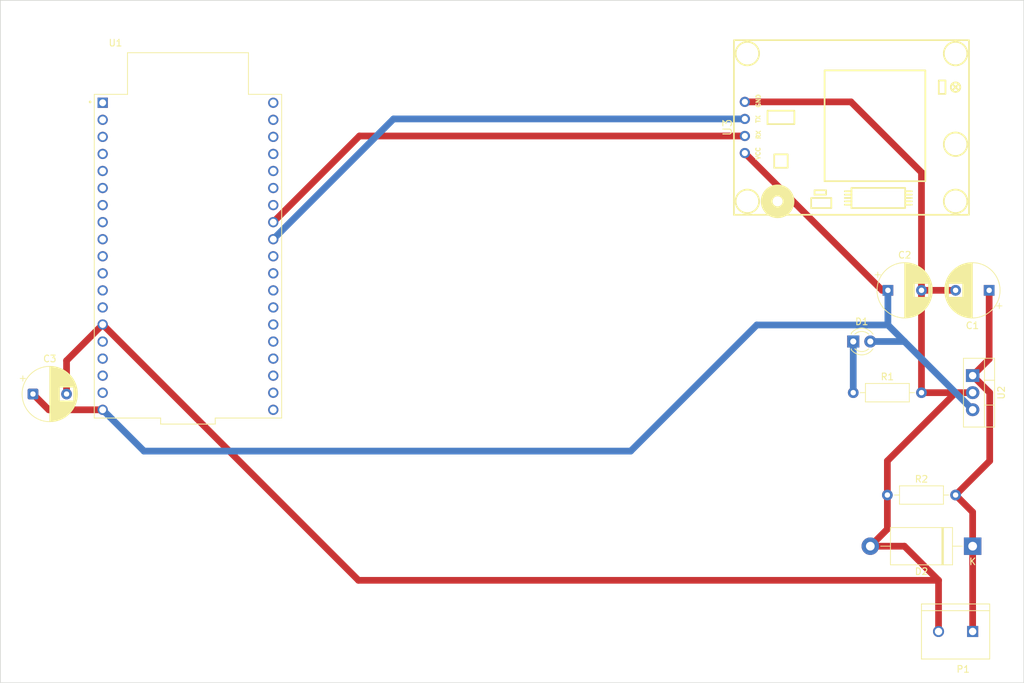
<source format=kicad_pcb>
(kicad_pcb (version 20241229) (generator "pcbnew") (generator_version "9.0")
  (layers (0 "F.Cu" signal) (2 "B.Cu" signal) (13 "F.Paste" user) (15 "B.Paste" user) (5 "F.SilkS" user "F.Silkscreen") (7 "B.SilkS" user "B.Silkscreen") (1 "F.Mask" user) (3 "B.Mask" user) (25 "Edge.Cuts" user))
  (net 0 "")
  (net 35 "+12V")
  (net 36 "+5V")
  (net 37 "Net-(D1-K)")
  (net 38 "GND")
  (net 39 "RX")
  (net 40 "TX")
  (footprint "Resistor_THT:R_Axial_DIN0207_L6.3mm_D2.5mm_P10.16mm_Horizontal" (layer "F.Cu") (at 231.14 114.3)
    (property "Reference" "R1" (at 5.08 -2.37 0) (layer "F.SilkS"))
    (property "Value" "220")
    (pad "1" thru_hole circle (at 0 0) (size 1.6 1.6) (drill 0.8) (layers "*.Cu" "*.Mask") (net 37 "Net-(D1-K)"))
    (pad "2" thru_hole oval (at 10.16 0) (size 1.6 1.6) (drill 0.8) (layers "*.Cu" "*.Mask") (net 38 "GND"))
  )
  (footprint "Diode_THT:D_DO-201AE_P15.24mm_Horizontal" (layer "F.Cu") (at 248.92 137.16 180)
    (property "Reference" "D2" (at 7.62 -3.77 0) (layer "F.SilkS"))
    (property "Value" "1N4742")
    (fp_text user "K" (at 0 -2.3 0) (layer "F.SilkS"))
    (pad "1" thru_hole rect (at 0 0 180) (size 2.6 2.6) (drill 1.3) (layers "*.Cu" "*.Mask") (net 35 "+12V"))
    (pad "2" thru_hole oval (at 15.24 0 180) (size 2.6 2.6) (drill 1.3) (layers "*.Cu" "*.Mask") (net 38 "GND"))
  )
  (footprint "LED_THT:LED_D3.0mm" (layer "F.Cu") (at 231.14 106.68)
    (property "Reference" "D1" (at 1.27 -2.96 0) (layer "F.SilkS"))
    (property "Value" "LED")
    (pad "1" thru_hole rect (at 0 0) (size 1.8 1.8) (drill 0.9) (layers "*.Cu" "*.Mask") (net 37 "Net-(D1-K)"))
    (pad "2" thru_hole circle (at 2.54 0) (size 1.8 1.8) (drill 0.9) (layers "*.Cu" "*.Mask") (net 36 "+5V"))
  )
  (footprint "Package_TO_SOT_THT:TO-220-3_Vertical" (layer "F.Cu") (at 248.92 111.76 -90)
    (property "Reference" "U2" (at 2.54 -4.27 90) (layer "F.SilkS"))
    (property "Value" "LM7805_TO220")
    (pad "1" thru_hole rect (at 0 0 270) (size 1.905 2) (drill 1.1) (layers "*.Cu" "*.Mask") (net 35 "+12V"))
    (pad "2" thru_hole oval (at 2.54 0 270) (size 1.905 2) (drill 1.1) (layers "*.Cu" "*.Mask") (net 38 "GND"))
    (pad "3" thru_hole oval (at 5.08 0 270) (size 1.905 2) (drill 1.1) (layers "*.Cu" "*.Mask") (net 36 "+5V"))
  )
  (footprint "Capacitor_THT:CP_Radial_D8.0mm_P5.00mm" (layer "F.Cu") (at 236.3 99.06)
    (property "Reference" "C2" (at 2.5 -5.25 0) (layer "F.SilkS"))
    (property "Value" "10nF")
    (pad "1" thru_hole rect (at 0 0) (size 1.6 1.6) (drill 0.8) (layers "*.Cu" "*.Mask") (net 36 "+5V"))
    (pad "2" thru_hole circle (at 5 0) (size 1.6 1.6) (drill 0.8) (layers "*.Cu" "*.Mask") (net 38 "GND"))
  )
  (footprint "Capacitor_THT:CP_Radial_D8.0mm_P5.00mm" (layer "F.Cu") (at 109 114.5)
    (property "Reference" "C3" (at 2.5 -5.25 0) (layer "F.SilkS"))
    (property "Value" "10nF")
    (pad "1" thru_hole roundrect (at 0 0) (size 1.6 1.6) (drill 0.8) (layers "*.Cu" "*.Mask") (roundrect_rratio 0.15625) (net 36 "+5V"))
    (pad "2" thru_hole circle (at 5 0) (size 1.6 1.6) (drill 0.8) (layers "*.Cu" "*.Mask") (net 38 "GND"))
  )
  (footprint "importado:TE_282837-2" (layer "F.Cu") (at 246.38 149.86 180)
    (property "Reference" "P1" (at -1.127255 -5.614945 0) (layer "F.SilkS") (effects (font (size 1.002039 1.002039))))
    (property "Value" "kre")
    (pad "1" thru_hole rect (at -2.54 0 180) (size 1.65 1.65) (drill 1.1) (layers "*.Cu" "*.Mask") (net 35 "+12V"))
    (pad "2" thru_hole circle (at 2.54 0 180) (size 1.65 1.65) (drill 1.1) (layers "*.Cu" "*.Mask") (net 38 "GND"))
  )
  (footprint "Capacitor_THT:CP_Radial_D8.0mm_P5.00mm" (layer "F.Cu") (at 251.38 99.06 180)
    (property "Reference" "C1" (at 2.5 -5.25 0) (layer "F.SilkS"))
    (property "Value" "220uF")
    (pad "1" thru_hole rect (at 0 0 180) (size 1.6 1.6) (drill 0.8) (layers "*.Cu" "*.Mask") (net 35 "+12V"))
    (pad "2" thru_hole circle (at 5 0 180) (size 1.6 1.6) (drill 0.8) (layers "*.Cu" "*.Mask") (net 38 "GND"))
  )
  (footprint "Resistor_THT:R_Axial_DIN0207_L6.3mm_D2.5mm_P10.16mm_Horizontal" (layer "F.Cu") (at 236.22 129.54)
    (property "Reference" "R2" (at 5.08 -2.37 0) (layer "F.SilkS"))
    (property "Value" "2.2")
    (pad "1" thru_hole circle (at 0 0) (size 1.6 1.6) (drill 0.8) (layers "*.Cu" "*.Mask") (net 38 "GND"))
    (pad "2" thru_hole oval (at 10.16 0) (size 1.6 1.6) (drill 0.8) (layers "*.Cu" "*.Mask") (net 35 "+12V"))
  )
  (footprint "importado:NEO-6M-V2-GPSMODULE-FOOTPRINT" (layer "F.Cu") (at 230.875 74.81 90)
    (property "Reference" "U3" (at -0.00005 -18.4621 90) (layer "F.SilkS") (effects (font (size 1.27 1.27))))
    (property "Value" "NEO6MV2")
    (fp_text user "GND" (at 2.876 -14.2445 90) (layer "F.SilkS") (effects (font (size 0.64 0.64) (thickness 0.2032)) (justify left top)))
    (fp_text user "VCC" (at -4.8989 -14.2696 90) (layer "F.SilkS") (effects (font (size 0.64 0.64) (thickness 0.2032)) (justify left top)))
    (fp_text user "TX" (at 0.5751 -14.2651 90) (layer "F.SilkS") (effects (font (size 0.64 0.64) (thickness 0.2032)) (justify left top)))
    (fp_text user "RX" (at -1.825 -14.215 90) (layer "F.SilkS") (effects (font (size 0.64 0.64) (thickness 0.2032)) (justify left top)))
    (pad "1" thru_hole oval (at -3.81 -15.875 90) (size 1.524 1.524) (drill 0.9144) (layers "*.Cu" "*.Mask") (net 36 "+5V"))
    (pad "2" thru_hole oval (at -1.27 -15.875 90) (size 1.524 1.524) (drill 0.9144) (layers "*.Cu" "*.Mask") (net 39 "RX"))
    (pad "3" thru_hole oval (at 1.27 -15.875 90) (size 1.524 1.524) (drill 0.9144) (layers "*.Cu" "*.Mask") (net 40 "TX"))
    (pad "4" thru_hole oval (at 3.81 -15.875 90) (size 1.524 1.524) (drill 0.9144) (layers "*.Cu" "*.Mask") (net 38 "GND"))
  )
  (footprint "importado:MODULE_ESP32-DEVKITC" (layer "F.Cu") (at 132.08 93.98)
    (property "Reference" "U1" (at -10.795 -31.75 0) (layer "F.SilkS"))
    (property "Value" "ESP32-DEVKITC" (hide yes))
    (pad "1" thru_hole rect (at -12.7 -22.85) (size 1.53 1.53) (drill 1.02) (layers "*.Cu" "*.Mask"))
    (pad "2" thru_hole circle (at -12.7 -20.31) (size 1.53 1.53) (drill 1.02) (layers "*.Cu" "*.Mask"))
    (pad "3" thru_hole circle (at -12.7 -17.77) (size 1.53 1.53) (drill 1.02) (layers "*.Cu" "*.Mask"))
    (pad "4" thru_hole circle (at -12.7 -15.23) (size 1.53 1.53) (drill 1.02) (layers "*.Cu" "*.Mask"))
    (pad "5" thru_hole circle (at -12.7 -12.69) (size 1.53 1.53) (drill 1.02) (layers "*.Cu" "*.Mask"))
    (pad "6" thru_hole circle (at -12.7 -10.15) (size 1.53 1.53) (drill 1.02) (layers "*.Cu" "*.Mask"))
    (pad "7" thru_hole circle (at -12.7 -7.61) (size 1.53 1.53) (drill 1.02) (layers "*.Cu" "*.Mask"))
    (pad "8" thru_hole circle (at -12.7 -5.07) (size 1.53 1.53) (drill 1.02) (layers "*.Cu" "*.Mask"))
    (pad "9" thru_hole circle (at -12.7 -2.53) (size 1.53 1.53) (drill 1.02) (layers "*.Cu" "*.Mask"))
    (pad "10" thru_hole circle (at -12.7 0.01) (size 1.53 1.53) (drill 1.02) (layers "*.Cu" "*.Mask"))
    (pad "11" thru_hole circle (at -12.7 2.55) (size 1.53 1.53) (drill 1.02) (layers "*.Cu" "*.Mask"))
    (pad "12" thru_hole circle (at -12.7 5.09) (size 1.53 1.53) (drill 1.02) (layers "*.Cu" "*.Mask"))
    (pad "13" thru_hole circle (at -12.7 7.63) (size 1.53 1.53) (drill 1.02) (layers "*.Cu" "*.Mask"))
    (pad "14" thru_hole circle (at -12.7 10.17) (size 1.53 1.53) (drill 1.02) (layers "*.Cu" "*.Mask") (net 38 "GND"))
    (pad "15" thru_hole circle (at -12.7 12.71) (size 1.53 1.53) (drill 1.02) (layers "*.Cu" "*.Mask"))
    (pad "16" thru_hole circle (at -12.7 15.25) (size 1.53 1.53) (drill 1.02) (layers "*.Cu" "*.Mask"))
    (pad "17" thru_hole circle (at -12.7 17.79) (size 1.53 1.53) (drill 1.02) (layers "*.Cu" "*.Mask"))
    (pad "18" thru_hole circle (at -12.7 20.33) (size 1.53 1.53) (drill 1.02) (layers "*.Cu" "*.Mask"))
    (pad "19" thru_hole circle (at -12.7 22.87) (size 1.53 1.53) (drill 1.02) (layers "*.Cu" "*.Mask") (net 36 "+5V"))
    (pad "20" thru_hole circle (at 12.7 22.87) (size 1.53 1.53) (drill 1.02) (layers "*.Cu" "*.Mask"))
    (pad "21" thru_hole circle (at 12.7 20.33) (size 1.53 1.53) (drill 1.02) (layers "*.Cu" "*.Mask"))
    (pad "22" thru_hole circle (at 12.7 17.79) (size 1.53 1.53) (drill 1.02) (layers "*.Cu" "*.Mask"))
    (pad "23" thru_hole circle (at 12.7 15.25) (size 1.53 1.53) (drill 1.02) (layers "*.Cu" "*.Mask"))
    (pad "24" thru_hole circle (at 12.7 12.71) (size 1.53 1.53) (drill 1.02) (layers "*.Cu" "*.Mask"))
    (pad "25" thru_hole circle (at 12.7 10.17) (size 1.53 1.53) (drill 1.02) (layers "*.Cu" "*.Mask"))
    (pad "26" thru_hole circle (at 12.7 7.63) (size 1.53 1.53) (drill 1.02) (layers "*.Cu" "*.Mask"))
    (pad "27" thru_hole circle (at 12.7 5.09) (size 1.53 1.53) (drill 1.02) (layers "*.Cu" "*.Mask"))
    (pad "28" thru_hole circle (at 12.7 2.55) (size 1.53 1.53) (drill 1.02) (layers "*.Cu" "*.Mask"))
    (pad "29" thru_hole circle (at 12.7 0.01) (size 1.53 1.53) (drill 1.02) (layers "*.Cu" "*.Mask"))
    (pad "30" thru_hole circle (at 12.7 -2.53) (size 1.53 1.53) (drill 1.02) (layers "*.Cu" "*.Mask") (net 40 "TX"))
    (pad "31" thru_hole circle (at 12.7 -5.07) (size 1.53 1.53) (drill 1.02) (layers "*.Cu" "*.Mask") (net 39 "RX"))
    (pad "32" thru_hole circle (at 12.7 -7.61) (size 1.53 1.53) (drill 1.02) (layers "*.Cu" "*.Mask"))
    (pad "33" thru_hole circle (at 12.7 -10.15) (size 1.53 1.53) (drill 1.02) (layers "*.Cu" "*.Mask"))
    (pad "34" thru_hole circle (at 12.7 -12.69) (size 1.53 1.53) (drill 1.02) (layers "*.Cu" "*.Mask"))
    (pad "35" thru_hole circle (at 12.7 -15.23) (size 1.53 1.53) (drill 1.02) (layers "*.Cu" "*.Mask"))
    (pad "36" thru_hole circle (at 12.7 -17.77) (size 1.53 1.53) (drill 1.02) (layers "*.Cu" "*.Mask"))
    (pad "37" thru_hole circle (at 12.7 -20.31) (size 1.53 1.53) (drill 1.02) (layers "*.Cu" "*.Mask"))
    (pad "38" thru_hole circle (at 12.7 -22.85) (size 1.53 1.53) (drill 1.02) (layers "*.Cu" "*.Mask"))
  )
  (gr_rect (start 104.14 55.88) (end 256.54 157.48) (stroke (width 0.1)) (fill no) (layer "Edge.Cuts"))
  (segment (start 248.92 132.08) (end 246.38 129.54) (width 1) (layer "F.Cu") (net 35))
  (segment (start 251.38 109.3) (end 248.92 111.76) (width 1) (layer "F.Cu") (net 35))
  (segment (start 251.46 114.3) (end 248.92 111.76) (width 1) (layer "F.Cu") (net 35))
  (segment (start 251.38 99.06) (end 251.38 109.3) (width 1) (layer "F.Cu") (net 35))
  (segment (start 248.92 149.86) (end 248.92 137.16) (width 1) (layer "F.Cu") (net 35))
  (segment (start 248.92 137.16) (end 248.92 132.08) (width 1) (layer "F.Cu") (net 35))
  (segment (start 246.38 129.54) (end 251.46 124.46) (width 1) (layer "F.Cu") (net 35))
  (segment (start 251.46 124.46) (end 251.46 114.3) (width 1) (layer "F.Cu") (net 35))
  (segment (start 119.38 116.85) (end 111.35 116.85) (width 1) (layer "F.Cu") (net 36))
  (segment (start 215 78.62) (end 235.44 99.06) (width 1) (layer "F.Cu") (net 36))
  (segment (start 111.35 116.85) (end 109 114.5) (width 1) (layer "F.Cu") (net 36))
  (segment (start 235.44 99.06) (end 236.3 99.06) (width 1) (layer "F.Cu") (net 36))
  (segment (start 238.76 106.68) (end 233.68 106.68) (width 1) (layer "B.Cu") (net 36))
  (segment (start 216.78 104.22) (end 198 123) (width 1) (layer "B.Cu") (net 36))
  (segment (start 198 123) (end 125.53 123) (width 1) (layer "B.Cu") (net 36))
  (segment (start 248.92 116.84) (end 238.76 106.68) (width 1) (layer "B.Cu") (net 36))
  (segment (start 125.53 123) (end 119.38 116.85) (width 1) (layer "B.Cu") (net 36))
  (segment (start 236.3 104.22) (end 236.3 99.06) (width 1) (layer "B.Cu") (net 36))
  (segment (start 238.76 106.68) (end 236.3 104.22) (width 1) (layer "B.Cu") (net 36))
  (segment (start 236.3 104.22) (end 216.78 104.22) (width 1) (layer "B.Cu") (net 36))
  (segment (start 231.14 114.3) (end 231.14 106.68) (width 1) (layer "B.Cu") (net 37))
  (segment (start 241.3 81.497949) (end 230.802051 71) (width 1) (layer "F.Cu") (net 38))
  (segment (start 157.47 142.24) (end 119.38 104.15) (width 1) (layer "F.Cu") (net 38))
  (segment (start 114 109.53) (end 119.38 104.15) (width 1) (layer "F.Cu") (net 38))
  (segment (start 114 114.5) (end 114 109.53) (width 1) (layer "F.Cu") (net 38))
  (segment (start 243.84 142.24) (end 157.47 142.24) (width 1) (layer "F.Cu") (net 38))
  (segment (start 241.3 99.06) (end 246.38 99.06) (width 1) (layer "F.Cu") (net 38))
  (segment (start 238.76 137.16) (end 233.68 137.16) (width 1) (layer "F.Cu") (net 38))
  (segment (start 243.84 149.86) (end 243.84 142.24) (width 1) (layer "F.Cu") (net 38))
  (segment (start 236.22 124.46) (end 246.38 114.3) (width 1) (layer "F.Cu") (net 38))
  (segment (start 241.3 99.06) (end 241.3 81.497949) (width 1) (layer "F.Cu") (net 38))
  (segment (start 243.84 142.24) (end 238.76 137.16) (width 1) (layer "F.Cu") (net 38))
  (segment (start 246.38 114.3) (end 248.92 114.3) (width 1) (layer "F.Cu") (net 38))
  (segment (start 233.68 137.16) (end 236.22 134.62) (width 1) (layer "F.Cu") (net 38))
  (segment (start 241.3 114.3) (end 241.3 99.06) (width 1) (layer "F.Cu") (net 38))
  (segment (start 236.22 129.54) (end 236.22 124.46) (width 1) (layer "F.Cu") (net 38))
  (segment (start 241.3 114.3) (end 246.38 114.3) (width 1) (layer "F.Cu") (net 38))
  (segment (start 236.22 134.62) (end 236.22 129.54) (width 1) (layer "F.Cu") (net 38))
  (segment (start 230.802051 71) (end 215 71) (width 1) (layer "F.Cu") (net 38))
  (segment (start 157.61 76.08) (end 144.78 88.91) (width 1) (layer "F.Cu") (net 39))
  (segment (start 215 76.08) (end 157.61 76.08) (width 1) (layer "F.Cu") (net 39))
  (segment (start 215 73.54) (end 162.69 73.54) (width 1) (layer "B.Cu") (net 40))
  (segment (start 162.69 73.54) (end 144.78 91.45) (width 1) (layer "B.Cu") (net 40))
)
</source>
